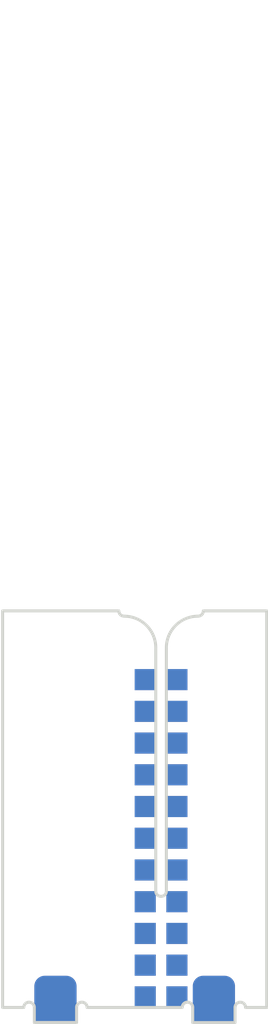
<source format=kicad_pcb>
(kicad_pcb (version 20241229) (generator "pcbnew") (generator_version "9.0")
  (layers (0 "F.Cu" signal) (2 "B.Cu" signal) (13 "F.Paste" user) (15 "B.Paste" user) (5 "F.SilkS" user "F.Silkscreen") (7 "B.SilkS" user "B.Silkscreen") (1 "F.Mask" user) (3 "B.Mask" user) (25 "Edge.Cuts" user))
  (net 0 "")
  (footprint "modules:v3.6-pcb_jig_b_single" (layer "F.Cu") (at 0 0)
    (property "Reference" "" (at 0 0 0) (layer "F.SilkS") (effects (font (size 1.524 1.524))))
    (property "Value" "" (at 0 0 0) (layer "F.SilkS") (effects (font (size 1.524 1.524))))
    (fp_poly (pts (xy 12.50039 63.000053) (xy 12.50039 65.000052) (xy 14.50039 65.000052) (xy 14.50039 63.000053) (xy 12.50039 63.000053)) (stroke (width 0.000001)) (fill yes) (layer "F.Cu"))
    (fp_poly (pts (xy 12.50039 66.000052) (xy 12.50039 68.000053) (xy 14.50039 68.000053) (xy 14.50039 66.000052) (xy 12.50039 66.000052)) (stroke (width 0.000001)) (fill yes) (layer "F.Cu"))
    (fp_poly (pts (xy 12.50039 69.000051) (xy 12.50039 71.000053) (xy 14.50039 71.000053) (xy 14.50039 69.000051) (xy 12.50039 69.000051)) (stroke (width 0.000001)) (fill yes) (layer "F.Cu"))
    (fp_poly (pts (xy 12.50039 72.000053) (xy 12.50039 74.000052) (xy 14.50039 74.000052) (xy 14.50039 72.000053) (xy 12.50039 72.000053)) (stroke (width 0.000001)) (fill yes) (layer "F.Cu"))
    (fp_poly (pts (xy 12.50039 75.000053) (xy 12.50039 77.000051) (xy 14.50039 77.000051) (xy 14.50039 75.000053) (xy 12.50039 75.000053)) (stroke (width 0.000001)) (fill yes) (layer "F.Cu"))
    (fp_poly (pts (xy 12.50039 78.000052) (xy 12.50039 80.000053) (xy 14.50039 80.000053) (xy 14.50039 78.000052) (xy 12.50039 78.000052)) (stroke (width 0.000001)) (fill yes) (layer "F.Cu"))
    (fp_poly (pts (xy 12.50039 81.000043) (xy 12.50039 83.000042) (xy 14.50039 83.000042) (xy 14.50039 81.000043) (xy 12.50039 81.000043)) (stroke (width 0.000001)) (fill yes) (layer "F.Cu"))
    (fp_poly (pts (xy 12.50039 84.000043) (xy 12.50039 86.000041) (xy 14.50039 86.000041) (xy 14.50039 84.000043) (xy 12.50039 84.000043)) (stroke (width 0.000001)) (fill yes) (layer "F.Cu"))
    (fp_poly (pts (xy 12.50039 87.000042) (xy 12.50039 89.000043) (xy 14.50039 89.000043) (xy 14.50039 87.000042) (xy 12.50039 87.000042)) (stroke (width 0.000001)) (fill yes) (layer "F.Cu"))
    (fp_poly (pts (xy 12.50039 90.000041) (xy 12.50039 92.000043) (xy 14.50039 92.000043) (xy 14.50039 90.000041) (xy 12.50039 90.000041)) (stroke (width 0.000001)) (fill yes) (layer "F.Cu"))
    (fp_poly (pts (xy 12.50039 93.000043) (xy 12.50039 95.000042) (xy 14.50039 95.000042) (xy 14.50039 93.000043) (xy 12.50039 93.000043)) (stroke (width 0.000001)) (fill yes) (layer "F.Cu"))
    (fp_poly (pts (xy 15.50039 63.000053) (xy 15.50039 65.000052) (xy 17.50039 65.000052) (xy 17.50039 63.000053) (xy 15.50039 63.000053)) (stroke (width 0.000001)) (fill yes) (layer "F.Cu"))
    (fp_poly (pts (xy 15.50039 66.000052) (xy 15.50039 68.000053) (xy 17.50039 68.000053) (xy 17.50039 66.000052) (xy 15.50039 66.000052)) (stroke (width 0.000001)) (fill yes) (layer "F.Cu"))
    (fp_poly (pts (xy 15.50039 69.000051) (xy 15.50039 71.000053) (xy 17.50039 71.000053) (xy 17.50039 69.000051) (xy 15.50039 69.000051)) (stroke (width 0.000001)) (fill yes) (layer "F.Cu"))
    (fp_poly (pts (xy 15.50039 72.000053) (xy 15.50039 74.000052) (xy 17.50039 74.000052) (xy 17.50039 72.000053) (xy 15.50039 72.000053)) (stroke (width 0.000001)) (fill yes) (layer "F.Cu"))
    (fp_poly (pts (xy 15.50039 75.000053) (xy 15.50039 77.000051) (xy 17.50039 77.000051) (xy 17.50039 75.000053) (xy 15.50039 75.000053)) (stroke (width 0.000001)) (fill yes) (layer "F.Cu"))
    (fp_poly (pts (xy 15.50039 78.000052) (xy 15.50039 80.000053) (xy 17.50039 80.000053) (xy 17.50039 78.000052) (xy 15.50039 78.000052)) (stroke (width 0.000001)) (fill yes) (layer "F.Cu"))
    (fp_poly (pts (xy 15.50039 81.000051) (xy 15.50039 83.000053) (xy 17.50039 83.000053) (xy 17.50039 81.000051) (xy 15.50039 81.000051)) (stroke (width 0.000001)) (fill yes) (layer "F.Cu"))
    (fp_poly (pts (xy 15.50039 84.000053) (xy 15.50039 86.000052) (xy 17.50039 86.000052) (xy 17.50039 84.000053) (xy 15.50039 84.000053)) (stroke (width 0.000001)) (fill yes) (layer "F.Cu"))
    (fp_poly (pts (xy 15.50039 87.000053) (xy 15.50039 89.000054) (xy 17.50039 89.000054) (xy 17.50039 87.000053) (xy 15.50039 87.000053)) (stroke (width 0.000001)) (fill yes) (layer "F.Cu"))
    (fp_poly (pts (xy 15.50039 90.000052) (xy 15.50039 92.000053) (xy 17.50039 92.000053) (xy 17.50039 90.000052) (xy 15.50039 90.000052)) (stroke (width 0.000001)) (fill yes) (layer "F.Cu"))
    (fp_poly (pts (xy 15.50021 93.000173) (xy 15.50021 95.000052) (xy 17.0009 95.000052) (xy 17.002967 94.95458) (xy 17.008996 94.910252) (xy 17.018811 94.867245) (xy 17.032236 94.825733) (xy 17.049095 94.785894) (xy 17.069212 94.747904) (xy 17.092411 94.711939) (xy 17.118515 94.678174) (xy 17.147349 94.646786) (xy 17.178736 94.617952) (xy 17.2125 94.591847) (xy 17.248464 94.568648) (xy 17.286454 94.54853) (xy 17.326293 94.531671) (xy 17.367803 94.518245) (xy 17.410811 94.50843) (xy 17.455138 94.5024) (xy 17.50061 94.500334) (xy 17.50061 93.000173) (xy 15.50021 93.000173)) (stroke (width 0.000001)) (fill yes) (layer "F.Cu"))
    (fp_poly (pts (xy 6.00056 92.000291) (xy 3.99994 92.000291) (xy 3.948329 92.001587) (xy 3.897413 92.005434) (xy 3.847253 92.011771) (xy 3.797912 92.020534) (xy 3.749451 92.031663) (xy 3.701932 92.045096) (xy 3.655418 92.06077) (xy 3.609969 92.078624) (xy 3.565649 92.098596) (xy 3.522518 92.120624) (xy 3.48064 92.144647) (xy 3.440075 92.170602) (xy 3.400885 92.198427) (xy 3.363133 92.228061) (xy 3.326881 92.259441) (xy 3.29219 92.292507) (xy 3.259122 92.327196) (xy 3.22774 92.363445) (xy 3.198104 92.401195) (xy 3.170278 92.440381) (xy 3.144322 92.480943) (xy 3.1203 92.522819) (xy 3.098272 92.565947) (xy 3.078301 92.610265) (xy 3.060448 92.655711) (xy 3.044776 92.702223) (xy 3.031346 92.749739) (xy 3.020221 92.798199) (xy 3.011461 92.847538) (xy 3.00513 92.897697) (xy 3.001289 92.948612) (xy 3 93.000223) (xy 3.00053 96.420301) (xy 7.001029 96.420301) (xy 7.0005 93.000223) (xy 6.999204 92.948612) (xy 6.995357 92.897697) (xy 6.98902 92.847538) (xy 6.980256 92.798199) (xy 6.969127 92.749739) (xy 6.955694 92.702223) (xy 6.94002 92.655711) (xy 6.922166 92.610265) (xy 6.902193 92.565947) (xy 6.880165 92.522819) (xy 6.856142 92.480943) (xy 6.830187 92.440381) (xy 6.802361 92.401195) (xy 6.772727 92.363445) (xy 6.741346 92.327196) (xy 6.70828 92.292507) (xy 6.673591 92.259441) (xy 6.637341 92.228061) (xy 6.599591 92.198427) (xy 6.560404 92.170602) (xy 6.519842 92.144647) (xy 6.477965 92.120624) (xy 6.434837 92.098596) (xy 6.390519 92.078624) (xy 6.345073 92.06077) (xy 6.298561 92.045096) (xy 6.251044 92.031663) (xy 6.202585 92.020534) (xy 6.153245 92.011771) (xy 6.103086 92.005434) (xy 6.052171 92.001587) (xy 6.00056 92.000291)) (stroke (width 0.000001)) (fill yes) (layer "F.Cu"))
    (fp_poly (pts (xy 21.00056 92.000373) (xy 18.99994 92.000373) (xy 18.948329 92.001669) (xy 18.897414 92.005516) (xy 18.847255 92.011853) (xy 18.797916 92.020616) (xy 18.749457 92.031745) (xy 18.70194 92.045177) (xy 18.655428 92.060852) (xy 18.609982 92.078706) (xy 18.565664 92.098678) (xy 18.522536 92.120706) (xy 18.480661 92.144728) (xy 18.440098 92.170683) (xy 18.400912 92.198508) (xy 18.363162 92.228141) (xy 18.326913 92.259522) (xy 18.292224 92.292588) (xy 18.259158 92.327276) (xy 18.227777 92.363526) (xy 18.198143 92.401275) (xy 18.170317 92.440461) (xy 18.144362 92.481023) (xy 18.12034 92.522899) (xy 18.098311 92.566027) (xy 18.078339 92.610344) (xy 18.060484 92.65579) (xy 18.044809 92.702302) (xy 18.031376 92.749819) (xy 18.020246 92.798278) (xy 18.011482 92.847617) (xy 18.005145 92.897776) (xy 18.001297 92.948691) (xy 18 93.000302) (xy 17.99997 96.427691) (xy 22.00046 96.427691) (xy 22.0005 93.000302) (xy 21.999204 92.948691) (xy 21.995357 92.897776) (xy 21.98902 92.847617) (xy 21.980256 92.798278) (xy 21.969127 92.749819) (xy 21.955695 92.702302) (xy 21.94002 92.65579) (xy 21.922166 92.610344) (xy 21.902193 92.566027) (xy 21.880165 92.522899) (xy 21.856142 92.481023) (xy 21.830187 92.440461) (xy 21.802361 92.401275) (xy 21.772727 92.363526) (xy 21.741346 92.327276) (xy 21.70828 92.292588) (xy 21.673591 92.259522) (xy 21.637341 92.228141) (xy 21.599591 92.198508) (xy 21.560404 92.170683) (xy 21.519842 92.144728) (xy 21.477966 92.120706) (xy 21.434837 92.098678) (xy 21.390519 92.078706) (xy 21.345073 92.060852) (xy 21.298561 92.045177) (xy 21.251044 92.031745) (xy 21.202585 92.020616) (xy 21.153245 92.011853) (xy 21.103086 92.005516) (xy 21.052171 92.001669) (xy 21.00056 92.000373)) (stroke (width 0.000001)) (fill yes) (layer "F.Cu"))
    (fp_poly (pts (xy 12.50039 63.000053) (xy 12.50039 65.000052) (xy 14.50039 65.000052) (xy 14.50039 63.000053) (xy 12.50039 63.000053)) (stroke (width 0.000001)) (fill yes) (layer "B.Cu"))
    (fp_poly (pts (xy 12.50039 66.000052) (xy 12.50039 68.000053) (xy 14.50039 68.000053) (xy 14.50039 66.000052) (xy 12.50039 66.000052)) (stroke (width 0.000001)) (fill yes) (layer "B.Cu"))
    (fp_poly (pts (xy 12.50039 69.000051) (xy 12.50039 71.000053) (xy 14.50039 71.000053) (xy 14.50039 69.000051) (xy 12.50039 69.000051)) (stroke (width 0.000001)) (fill yes) (layer "B.Cu"))
    (fp_poly (pts (xy 12.50039 72.000053) (xy 12.50039 74.000052) (xy 14.50039 74.000052) (xy 14.50039 72.000053) (xy 12.50039 72.000053)) (stroke (width 0.000001)) (fill yes) (layer "B.Cu"))
    (fp_poly (pts (xy 12.50039 75.000053) (xy 12.50039 77.000051) (xy 14.50039 77.000051) (xy 14.50039 75.000053) (xy 12.50039 75.000053)) (stroke (width 0.000001)) (fill yes) (layer "B.Cu"))
    (fp_poly (pts (xy 12.50039 78.000052) (xy 12.50039 80.000053) (xy 14.50039 80.000053) (xy 14.50039 78.000052) (xy 12.50039 78.000052)) (stroke (width 0.000001)) (fill yes) (layer "B.Cu"))
    (fp_poly (pts (xy 12.50039 81.000043) (xy 12.50039 83.000042) (xy 14.50039 83.000042) (xy 14.50039 81.000043) (xy 12.50039 81.000043)) (stroke (width 0.000001)) (fill yes) (layer "B.Cu"))
    (fp_poly (pts (xy 12.50039 84.000043) (xy 12.50039 86.000041) (xy 14.50039 86.000041) (xy 14.50039 84.000043) (xy 12.50039 84.000043)) (stroke (width 0.000001)) (fill yes) (layer "B.Cu"))
    (fp_poly (pts (xy 12.50039 87.000042) (xy 12.50039 89.000043) (xy 14.50039 89.000043) (xy 14.50039 87.000042) (xy 12.50039 87.000042)) (stroke (width 0.000001)) (fill yes) (layer "B.Cu"))
    (fp_poly (pts (xy 12.50039 90.000041) (xy 12.50039 92.000043) (xy 14.50039 92.000043) (xy 14.50039 90.000041) (xy 12.50039 90.000041)) (stroke (width 0.000001)) (fill yes) (layer "B.Cu"))
    (fp_poly (pts (xy 12.50039 93.000043) (xy 12.50039 95.000042) (xy 14.50039 95.000042) (xy 14.50039 93.000043) (xy 12.50039 93.000043)) (stroke (width 0.000001)) (fill yes) (layer "B.Cu"))
    (fp_poly (pts (xy 15.50039 63.000053) (xy 15.50039 65.000052) (xy 17.50039 65.000052) (xy 17.50039 63.000053) (xy 15.50039 63.000053)) (stroke (width 0.000001)) (fill yes) (layer "B.Cu"))
    (fp_poly (pts (xy 15.50039 66.000052) (xy 15.50039 68.000053) (xy 17.50039 68.000053) (xy 17.50039 66.000052) (xy 15.50039 66.000052)) (stroke (width 0.000001)) (fill yes) (layer "B.Cu"))
    (fp_poly (pts (xy 15.50039 69.000051) (xy 15.50039 71.000053) (xy 17.50039 71.000053) (xy 17.50039 69.000051) (xy 15.50039 69.000051)) (stroke (width 0.000001)) (fill yes) (layer "B.Cu"))
    (fp_poly (pts (xy 15.50039 72.000053) (xy 15.50039 74.000052) (xy 17.50039 74.000052) (xy 17.50039 72.000053) (xy 15.50039 72.000053)) (stroke (width 0.000001)) (fill yes) (layer "B.Cu"))
    (fp_poly (pts (xy 15.50039 75.000053) (xy 15.50039 77.000051) (xy 17.50039 77.000051) (xy 17.50039 75.000053) (xy 15.50039 75.000053)) (stroke (width 0.000001)) (fill yes) (layer "B.Cu"))
    (fp_poly (pts (xy 15.50039 78.000052) (xy 15.50039 80.000053) (xy 17.50039 80.000053) (xy 17.50039 78.000052) (xy 15.50039 78.000052)) (stroke (width 0.000001)) (fill yes) (layer "B.Cu"))
    (fp_poly (pts (xy 15.50039 81.000051) (xy 15.50039 83.000053) (xy 17.50039 83.000053) (xy 17.50039 81.000051) (xy 15.50039 81.000051)) (stroke (width 0.000001)) (fill yes) (layer "B.Cu"))
    (fp_poly (pts (xy 15.50039 84.000053) (xy 15.50039 86.000052) (xy 17.50039 86.000052) (xy 17.50039 84.000053) (xy 15.50039 84.000053)) (stroke (width 0.000001)) (fill yes) (layer "B.Cu"))
    (fp_poly (pts (xy 15.50039 87.000053) (xy 15.50039 89.000054) (xy 17.50039 89.000054) (xy 17.50039 87.000053) (xy 15.50039 87.000053)) (stroke (width 0.000001)) (fill yes) (layer "B.Cu"))
    (fp_poly (pts (xy 15.50039 90.000052) (xy 15.50039 92.000053) (xy 17.50039 92.000053) (xy 17.50039 90.000052) (xy 15.50039 90.000052)) (stroke (width 0.000001)) (fill yes) (layer "B.Cu"))
    (fp_poly (pts (xy 15.50021 93.000173) (xy 15.50021 95.000052) (xy 17.0009 95.000052) (xy 17.002967 94.95458) (xy 17.008996 94.910252) (xy 17.018811 94.867245) (xy 17.032236 94.825733) (xy 17.049095 94.785894) (xy 17.069212 94.747904) (xy 17.092411 94.711939) (xy 17.118515 94.678174) (xy 17.147349 94.646786) (xy 17.178736 94.617952) (xy 17.2125 94.591847) (xy 17.248464 94.568648) (xy 17.286454 94.54853) (xy 17.326293 94.531671) (xy 17.367803 94.518245) (xy 17.410811 94.50843) (xy 17.455138 94.5024) (xy 17.50061 94.500334) (xy 17.50061 93.000173) (xy 15.50021 93.000173)) (stroke (width 0.000001)) (fill yes) (layer "B.Cu"))
    (fp_poly (pts (xy 6.00056 92.000291) (xy 3.99994 92.000291) (xy 3.948329 92.001587) (xy 3.897413 92.005434) (xy 3.847253 92.011771) (xy 3.797912 92.020534) (xy 3.749451 92.031663) (xy 3.701932 92.045096) (xy 3.655418 92.06077) (xy 3.609969 92.078624) (xy 3.565649 92.098596) (xy 3.522518 92.120624) (xy 3.48064 92.144647) (xy 3.440075 92.170602) (xy 3.400885 92.198427) (xy 3.363133 92.228061) (xy 3.326881 92.259441) (xy 3.29219 92.292507) (xy 3.259122 92.327196) (xy 3.22774 92.363445) (xy 3.198104 92.401195) (xy 3.170278 92.440381) (xy 3.144322 92.480943) (xy 3.1203 92.522819) (xy 3.098272 92.565947) (xy 3.078301 92.610265) (xy 3.060448 92.655711) (xy 3.044776 92.702223) (xy 3.031346 92.749739) (xy 3.020221 92.798199) (xy 3.011461 92.847538) (xy 3.00513 92.897697) (xy 3.001289 92.948612) (xy 3 93.000223) (xy 3.00053 96.420301) (xy 7.001029 96.420301) (xy 7.0005 93.000223) (xy 6.999204 92.948612) (xy 6.995357 92.897697) (xy 6.98902 92.847538) (xy 6.980256 92.798199) (xy 6.969127 92.749739) (xy 6.955694 92.702223) (xy 6.94002 92.655711) (xy 6.922166 92.610265) (xy 6.902193 92.565947) (xy 6.880165 92.522819) (xy 6.856142 92.480943) (xy 6.830187 92.440381) (xy 6.802361 92.401195) (xy 6.772727 92.363445) (xy 6.741346 92.327196) (xy 6.70828 92.292507) (xy 6.673591 92.259441) (xy 6.637341 92.228061) (xy 6.599591 92.198427) (xy 6.560404 92.170602) (xy 6.519842 92.144647) (xy 6.477965 92.120624) (xy 6.434837 92.098596) (xy 6.390519 92.078624) (xy 6.345073 92.06077) (xy 6.298561 92.045096) (xy 6.251044 92.031663) (xy 6.202585 92.020534) (xy 6.153245 92.011771) (xy 6.103086 92.005434) (xy 6.052171 92.001587) (xy 6.00056 92.000291)) (stroke (width 0.000001)) (fill yes) (layer "B.Cu"))
    (fp_poly (pts (xy 21.00056 92.000373) (xy 18.99994 92.000373) (xy 18.948329 92.001669) (xy 18.897414 92.005516) (xy 18.847255 92.011853) (xy 18.797916 92.020616) (xy 18.749457 92.031745) (xy 18.70194 92.045177) (xy 18.655428 92.060852) (xy 18.609982 92.078706) (xy 18.565664 92.098678) (xy 18.522536 92.120706) (xy 18.480661 92.144728) (xy 18.440098 92.170683) (xy 18.400912 92.198508) (xy 18.363162 92.228141) (xy 18.326913 92.259522) (xy 18.292224 92.292588) (xy 18.259158 92.327276) (xy 18.227777 92.363526) (xy 18.198143 92.401275) (xy 18.170317 92.440461) (xy 18.144362 92.481023) (xy 18.12034 92.522899) (xy 18.098311 92.566027) (xy 18.078339 92.610344) (xy 18.060484 92.65579) (xy 18.044809 92.702302) (xy 18.031376 92.749819) (xy 18.020246 92.798278) (xy 18.011482 92.847617) (xy 18.005145 92.897776) (xy 18.001297 92.948691) (xy 18 93.000302) (xy 17.99997 96.427691) (xy 22.00046 96.427691) (xy 22.0005 93.000302) (xy 21.999204 92.948691) (xy 21.995357 92.897776) (xy 21.98902 92.847617) (xy 21.980256 92.798278) (xy 21.969127 92.749819) (xy 21.955695 92.702302) (xy 21.94002 92.65579) (xy 21.922166 92.610344) (xy 21.902193 92.566027) (xy 21.880165 92.522899) (xy 21.856142 92.481023) (xy 21.830187 92.440461) (xy 21.802361 92.401275) (xy 21.772727 92.363526) (xy 21.741346 92.327276) (xy 21.70828 92.292588) (xy 21.673591 92.259522) (xy 21.637341 92.228141) (xy 21.599591 92.198508) (xy 21.560404 92.170683) (xy 21.519842 92.144728) (xy 21.477966 92.120706) (xy 21.434837 92.098678) (xy 21.390519 92.078706) (xy 21.345073 92.060852) (xy 21.298561 92.045177) (xy 21.251044 92.031745) (xy 21.202585 92.020616) (xy 21.153245 92.011853) (xy 21.103086 92.005516) (xy 21.052171 92.001669) (xy 21.00056 92.000373)) (stroke (width 0.000001)) (fill yes) (layer "B.Cu"))
    (fp_line (start 0 57.500366) (end 0 94.999886) (stroke (width 0.282843)) (layer "Edge.Cuts"))
    (fp_line (start 0 94.999886) (end 2.000395 94.999886) (stroke (width 0.282843)) (layer "Edge.Cuts"))
    (fp_line (start 2.000395 94.999886) (end 2.002421 94.954347) (stroke (width 0.282843)) (layer "Edge.Cuts"))
    (fp_line (start 2.002421 94.954347) (end 2.008421 94.909952) (stroke (width 0.282843)) (layer "Edge.Cuts"))
    (fp_line (start 2.008421 94.909952) (end 2.018218 94.866879) (stroke (width 0.282843)) (layer "Edge.Cuts"))
    (fp_line (start 2.018218 94.866879) (end 2.031636 94.825305) (stroke (width 0.282843)) (layer "Edge.Cuts"))
    (fp_line (start 2.031636 94.825305) (end 2.048497 94.785407) (stroke (width 0.282843)) (layer "Edge.Cuts"))
    (fp_line (start 2.048497 94.785407) (end 2.068626 94.74736) (stroke (width 0.282843)) (layer "Edge.Cuts"))
    (fp_line (start 2.068626 94.74736) (end 2.091844 94.711343) (stroke (width 0.282843)) (layer "Edge.Cuts"))
    (fp_line (start 2.091844 94.711343) (end 2.117976 94.677532) (stroke (width 0.282843)) (layer "Edge.Cuts"))
    (fp_line (start 2.117976 94.677532) (end 2.146844 94.646104) (stroke (width 0.282843)) (layer "Edge.Cuts"))
    (fp_line (start 2.146844 94.646104) (end 2.178271 94.617235) (stroke (width 0.282843)) (layer "Edge.Cuts"))
    (fp_line (start 2.178271 94.617235) (end 2.212082 94.591104) (stroke (width 0.282843)) (layer "Edge.Cuts"))
    (fp_line (start 2.212082 94.591104) (end 2.248098 94.567885) (stroke (width 0.282843)) (layer "Edge.Cuts"))
    (fp_line (start 2.248098 94.567885) (end 2.286144 94.547757) (stroke (width 0.282843)) (layer "Edge.Cuts"))
    (fp_line (start 2.286144 94.547757) (end 2.326042 94.530895) (stroke (width 0.282843)) (layer "Edge.Cuts"))
    (fp_line (start 2.326042 94.530895) (end 2.367616 94.517478) (stroke (width 0.282843)) (layer "Edge.Cuts"))
    (fp_line (start 2.367616 94.517478) (end 2.410688 94.507681) (stroke (width 0.282843)) (layer "Edge.Cuts"))
    (fp_line (start 2.410688 94.507681) (end 2.455083 94.501683) (stroke (width 0.282843)) (layer "Edge.Cuts"))
    (fp_line (start 2.455083 94.501683) (end 2.500623 94.499658) (stroke (width 0.282843)) (layer "Edge.Cuts"))
    (fp_line (start 2.500623 94.499658) (end 2.546128 94.501727) (stroke (width 0.282843)) (layer "Edge.Cuts"))
    (fp_line (start 2.546128 94.501727) (end 2.590487 94.507764) (stroke (width 0.282843)) (layer "Edge.Cuts"))
    (fp_line (start 2.590487 94.507764) (end 2.633522 94.517592) (stroke (width 0.282843)) (layer "Edge.Cuts"))
    (fp_line (start 2.633522 94.517592) (end 2.675058 94.531035) (stroke (width 0.282843)) (layer "Edge.Cuts"))
    (fp_line (start 2.675058 94.531035) (end 2.714918 94.547916) (stroke (width 0.282843)) (layer "Edge.Cuts"))
    (fp_line (start 2.714918 94.547916) (end 2.752926 94.568058) (stroke (width 0.282843)) (layer "Edge.Cuts"))
    (fp_line (start 2.752926 94.568058) (end 2.788905 94.591285) (stroke (width 0.282843)) (layer "Edge.Cuts"))
    (fp_line (start 2.788905 94.591285) (end 2.822679 94.617421) (stroke (width 0.282843)) (layer "Edge.Cuts"))
    (fp_line (start 2.822679 94.617421) (end 2.854072 94.646288) (stroke (width 0.282843)) (layer "Edge.Cuts"))
    (fp_line (start 2.854072 94.646288) (end 2.882907 94.67771) (stroke (width 0.282843)) (layer "Edge.Cuts"))
    (fp_line (start 2.882907 94.67771) (end 2.909007 94.711511) (stroke (width 0.282843)) (layer "Edge.Cuts"))
    (fp_line (start 2.909007 94.711511) (end 2.932197 94.747514) (stroke (width 0.282843)) (layer "Edge.Cuts"))
    (fp_line (start 2.932197 94.747514) (end 2.952299 94.785542) (stroke (width 0.282843)) (layer "Edge.Cuts"))
    (fp_line (start 2.952299 94.785542) (end 2.969139 94.82542) (stroke (width 0.282843)) (layer "Edge.Cuts"))
    (fp_line (start 2.969139 94.82542) (end 2.982538 94.866969) (stroke (width 0.282843)) (layer "Edge.Cuts"))
    (fp_line (start 2.982538 94.866969) (end 2.992321 94.910014) (stroke (width 0.282843)) (layer "Edge.Cuts"))
    (fp_line (start 2.992321 94.910014) (end 2.998312 94.954379) (stroke (width 0.282843)) (layer "Edge.Cuts"))
    (fp_line (start 2.998312 94.954379) (end 3.000334 94.999886) (stroke (width 0.282843)) (layer "Edge.Cuts"))
    (fp_line (start 3.000334 94.999886) (end 3.000334 96.419954) (stroke (width 0.282843)) (layer "Edge.Cuts"))
    (fp_line (start 3.000334 96.419954) (end 7.000606 96.419954) (stroke (width 0.282843)) (layer "Edge.Cuts"))
    (fp_line (start 7.00009 94.999854) (end 7.002114 94.954314) (stroke (width 0.282843)) (layer "Edge.Cuts"))
    (fp_line (start 7.000606 95.005054) (end 7.00009 94.999854) (stroke (width 0.282843)) (layer "Edge.Cuts"))
    (fp_line (start 7.000606 96.419954) (end 7.000606 95.005054) (stroke (width 0.282843)) (layer "Edge.Cuts"))
    (fp_line (start 7.002114 94.954314) (end 7.008113 94.909919) (stroke (width 0.282843)) (layer "Edge.Cuts"))
    (fp_line (start 7.008113 94.909919) (end 7.017909 94.866847) (stroke (width 0.282843)) (layer "Edge.Cuts"))
    (fp_line (start 7.017909 94.866847) (end 7.031327 94.825272) (stroke (width 0.282843)) (layer "Edge.Cuts"))
    (fp_line (start 7.031327 94.825272) (end 7.048188 94.785374) (stroke (width 0.282843)) (layer "Edge.Cuts"))
    (fp_line (start 7.048188 94.785374) (end 7.068316 94.747327) (stroke (width 0.282843)) (layer "Edge.Cuts"))
    (fp_line (start 7.068316 94.747327) (end 7.091534 94.71131) (stroke (width 0.282843)) (layer "Edge.Cuts"))
    (fp_line (start 7.091534 94.71131) (end 7.117666 94.677499) (stroke (width 0.282843)) (layer "Edge.Cuts"))
    (fp_line (start 7.117666 94.677499) (end 7.146535 94.646071) (stroke (width 0.282843)) (layer "Edge.Cuts"))
    (fp_line (start 7.146535 94.646071) (end 7.177963 94.617203) (stroke (width 0.282843)) (layer "Edge.Cuts"))
    (fp_line (start 7.177963 94.617203) (end 7.211774 94.591071) (stroke (width 0.282843)) (layer "Edge.Cuts"))
    (fp_line (start 7.211774 94.591071) (end 7.247791 94.567853) (stroke (width 0.282843)) (layer "Edge.Cuts"))
    (fp_line (start 7.247791 94.567853) (end 7.285837 94.547724) (stroke (width 0.282843)) (layer "Edge.Cuts"))
    (fp_line (start 7.285837 94.547724) (end 7.325736 94.530863) (stroke (width 0.282843)) (layer "Edge.Cuts"))
    (fp_line (start 7.325736 94.530863) (end 7.36731 94.517446) (stroke (width 0.282843)) (layer "Edge.Cuts"))
    (fp_line (start 7.36731 94.517446) (end 7.410383 94.507649) (stroke (width 0.282843)) (layer "Edge.Cuts"))
    (fp_line (start 7.410383 94.507649) (end 7.454778 94.50165) (stroke (width 0.282843)) (layer "Edge.Cuts"))
    (fp_line (start 7.454778 94.50165) (end 7.500317 94.499626) (stroke (width 0.282843)) (layer "Edge.Cuts"))
    (fp_line (start 7.500317 94.499626) (end 7.545823 94.501695) (stroke (width 0.282843)) (layer "Edge.Cuts"))
    (fp_line (start 7.545823 94.501695) (end 7.590181 94.507732) (stroke (width 0.282843)) (layer "Edge.Cuts"))
    (fp_line (start 7.590181 94.507732) (end 7.633216 94.51756) (stroke (width 0.282843)) (layer "Edge.Cuts"))
    (fp_line (start 7.633216 94.51756) (end 7.674752 94.531003) (stroke (width 0.282843)) (layer "Edge.Cuts"))
    (fp_line (start 7.674752 94.531003) (end 7.714612 94.547884) (stroke (width 0.282843)) (layer "Edge.Cuts"))
    (fp_line (start 7.714612 94.547884) (end 7.752619 94.568026) (stroke (width 0.282843)) (layer "Edge.Cuts"))
    (fp_line (start 7.752619 94.568026) (end 7.788597 94.591253) (stroke (width 0.282843)) (layer "Edge.Cuts"))
    (fp_line (start 7.788597 94.591253) (end 7.822371 94.617388) (stroke (width 0.282843)) (layer "Edge.Cuts"))
    (fp_line (start 7.822371 94.617388) (end 7.853763 94.646255) (stroke (width 0.282843)) (layer "Edge.Cuts"))
    (fp_line (start 7.853763 94.646255) (end 7.882597 94.677677) (stroke (width 0.282843)) (layer "Edge.Cuts"))
    (fp_line (start 7.882597 94.677677) (end 7.908697 94.711478) (stroke (width 0.282843)) (layer "Edge.Cuts"))
    (fp_line (start 7.908697 94.711478) (end 7.931887 94.747481) (stroke (width 0.282843)) (layer "Edge.Cuts"))
    (fp_line (start 7.931887 94.747481) (end 7.95199 94.785509) (stroke (width 0.282843)) (layer "Edge.Cuts"))
    (fp_line (start 7.95199 94.785509) (end 7.96883 94.825387) (stroke (width 0.282843)) (layer "Edge.Cuts"))
    (fp_line (start 7.96883 94.825387) (end 7.98223 94.866936) (stroke (width 0.282843)) (layer "Edge.Cuts"))
    (fp_line (start 7.98223 94.866936) (end 7.992014 94.909982) (stroke (width 0.282843)) (layer "Edge.Cuts"))
    (fp_line (start 7.992014 94.909982) (end 7.998005 94.954347) (stroke (width 0.282843)) (layer "Edge.Cuts"))
    (fp_line (start 7.998005 94.954347) (end 8.000028 94.999854) (stroke (width 0.282843)) (layer "Edge.Cuts"))
    (fp_line (start 8.000028 94.999854) (end 17.000513 94.999854) (stroke (width 0.282843)) (layer "Edge.Cuts"))
    (fp_line (start 10.999879 57.500366) (end 0 57.500366) (stroke (width 0.282843)) (layer "Edge.Cuts"))
    (fp_line (start 11.001948 57.545871) (end 10.999879 57.500366) (stroke (width 0.282843)) (layer "Edge.Cuts"))
    (fp_line (start 11.007985 57.59023) (end 11.001948 57.545871) (stroke (width 0.282843)) (layer "Edge.Cuts"))
    (fp_line (start 11.017813 57.633265) (end 11.007985 57.59023) (stroke (width 0.282843)) (layer "Edge.Cuts"))
    (fp_line (start 11.031256 57.674801) (end 11.017813 57.633265) (stroke (width 0.282843)) (layer "Edge.Cuts"))
    (fp_line (start 11.048137 57.714661) (end 11.031256 57.674801) (stroke (width 0.282843)) (layer "Edge.Cuts"))
    (fp_line (start 11.068279 57.752668) (end 11.048137 57.714661) (stroke (width 0.282843)) (layer "Edge.Cuts"))
    (fp_line (start 11.091506 57.788647) (end 11.068279 57.752668) (stroke (width 0.282843)) (layer "Edge.Cuts"))
    (fp_line (start 11.117641 57.822421) (end 11.091506 57.788647) (stroke (width 0.282843)) (layer "Edge.Cuts"))
    (fp_line (start 11.146508 57.853814) (end 11.117641 57.822421) (stroke (width 0.282843)) (layer "Edge.Cuts"))
    (fp_line (start 11.17793 57.882648) (end 11.146508 57.853814) (stroke (width 0.282843)) (layer "Edge.Cuts"))
    (fp_line (start 11.211731 57.908749) (end 11.17793 57.882648) (stroke (width 0.282843)) (layer "Edge.Cuts"))
    (fp_line (start 11.247734 57.931939) (end 11.211731 57.908749) (stroke (width 0.282843)) (layer "Edge.Cuts"))
    (fp_line (start 11.285762 57.952041) (end 11.247734 57.931939) (stroke (width 0.282843)) (layer "Edge.Cuts"))
    (fp_line (start 11.325639 57.968881) (end 11.285762 57.952041) (stroke (width 0.282843)) (layer "Edge.Cuts"))
    (fp_line (start 11.367189 57.98228) (end 11.325639 57.968881) (stroke (width 0.282843)) (layer "Edge.Cuts"))
    (fp_line (start 11.410235 57.992064) (end 11.367189 57.98228) (stroke (width 0.282843)) (layer "Edge.Cuts"))
    (fp_line (start 11.4546 57.998055) (end 11.410235 57.992064) (stroke (width 0.282843)) (layer "Edge.Cuts"))
    (fp_line (start 11.500107 58.000077) (end 11.4546 57.998055) (stroke (width 0.282843)) (layer "Edge.Cuts"))
    (fp_line (start 11.654473 58.003989) (end 11.500107 58.000077) (stroke (width 0.282843)) (layer "Edge.Cuts"))
    (fp_line (start 11.806813 58.015582) (end 11.654473 58.003989) (stroke (width 0.282843)) (layer "Edge.Cuts"))
    (fp_line (start 11.956937 58.034666) (end 11.806813 58.015582) (stroke (width 0.282843)) (layer "Edge.Cuts"))
    (fp_line (start 12.104658 58.061053) (end 11.956937 58.034666) (stroke (width 0.282843)) (layer "Edge.Cuts"))
    (fp_line (start 12.249787 58.094555) (end 12.104658 58.061053) (stroke (width 0.282843)) (layer "Edge.Cuts"))
    (fp_line (start 12.392136 58.134984) (end 12.249787 58.094555) (stroke (width 0.282843)) (layer "Edge.Cuts"))
    (fp_line (start 12.531516 58.18215) (end 12.392136 58.134984) (stroke (width 0.282843)) (layer "Edge.Cuts"))
    (fp_line (start 12.667739 58.235866) (end 12.531516 58.18215) (stroke (width 0.282843)) (layer "Edge.Cuts"))
    (fp_line (start 12.800616 58.295943) (end 12.667739 58.235866) (stroke (width 0.282843)) (layer "Edge.Cuts"))
    (fp_line (start 12.929959 58.362192) (end 12.800616 58.295943) (stroke (width 0.282843)) (layer "Edge.Cuts"))
    (fp_line (start 13.055579 58.434425) (end 12.929959 58.362192) (stroke (width 0.282843)) (layer "Edge.Cuts"))
    (fp_line (start 13.177288 58.512454) (end 13.055579 58.434425) (stroke (width 0.282843)) (layer "Edge.Cuts"))
    (fp_line (start 13.294897 58.59609) (end 13.177288 58.512454) (stroke (width 0.282843)) (layer "Edge.Cuts"))
    (fp_line (start 13.408219 58.685145) (end 13.294897 58.59609) (stroke (width 0.282843)) (layer "Edge.Cuts"))
    (fp_line (start 13.517064 58.77943) (end 13.408219 58.685145) (stroke (width 0.282843)) (layer "Edge.Cuts"))
    (fp_line (start 13.621244 58.878756) (end 13.517064 58.77943) (stroke (width 0.282843)) (layer "Edge.Cuts"))
    (fp_line (start 13.720571 58.982937) (end 13.621244 58.878756) (stroke (width 0.282843)) (layer "Edge.Cuts"))
    (fp_line (start 13.814856 59.091782) (end 13.720571 58.982937) (stroke (width 0.282843)) (layer "Edge.Cuts"))
    (fp_line (start 13.903911 59.205103) (end 13.814856 59.091782) (stroke (width 0.282843)) (layer "Edge.Cuts"))
    (fp_line (start 13.987547 59.322713) (end 13.903911 59.205103) (stroke (width 0.282843)) (layer "Edge.Cuts"))
    (fp_line (start 14.065576 59.444422) (end 13.987547 59.322713) (stroke (width 0.282843)) (layer "Edge.Cuts"))
    (fp_line (start 14.137809 59.570042) (end 14.065576 59.444422) (stroke (width 0.282843)) (layer "Edge.Cuts"))
    (fp_line (start 14.204059 59.699384) (end 14.137809 59.570042) (stroke (width 0.282843)) (layer "Edge.Cuts"))
    (fp_line (start 14.264135 59.832261) (end 14.204059 59.699384) (stroke (width 0.282843)) (layer "Edge.Cuts"))
    (fp_line (start 14.317851 59.968484) (end 14.264135 59.832261) (stroke (width 0.282843)) (layer "Edge.Cuts"))
    (fp_line (start 14.365017 60.107864) (end 14.317851 59.968484) (stroke (width 0.282843)) (layer "Edge.Cuts"))
    (fp_line (start 14.405446 60.250213) (end 14.365017 60.107864) (stroke (width 0.282843)) (layer "Edge.Cuts"))
    (fp_line (start 14.438948 60.395342) (end 14.405446 60.250213) (stroke (width 0.282843)) (layer "Edge.Cuts"))
    (fp_line (start 14.465335 60.543063) (end 14.438948 60.395342) (stroke (width 0.282843)) (layer "Edge.Cuts"))
    (fp_line (start 14.484419 60.693188) (end 14.465335 60.543063) (stroke (width 0.282843)) (layer "Edge.Cuts"))
    (fp_line (start 14.496012 60.845528) (end 14.484419 60.693188) (stroke (width 0.282843)) (layer "Edge.Cuts"))
    (fp_line (start 14.499924 60.999894) (end 14.496012 60.845528) (stroke (width 0.282843)) (layer "Edge.Cuts"))
    (fp_line (start 14.499924 83.984538) (end 14.499924 60.999894) (stroke (width 0.282843)) (layer "Edge.Cuts"))
    (fp_line (start 14.503308 84.06272) (end 14.499924 83.984538) (stroke (width 0.282843)) (layer "Edge.Cuts"))
    (fp_line (start 14.515845 84.134388) (end 14.503308 84.06272) (stroke (width 0.282843)) (layer "Edge.Cuts"))
    (fp_line (start 14.536738 84.19954) (end 14.515845 84.134388) (stroke (width 0.282843)) (layer "Edge.Cuts"))
    (fp_line (start 14.565193 84.258177) (end 14.536738 84.19954) (stroke (width 0.282843)) (layer "Edge.Cuts"))
    (fp_line (start 14.600414 84.310298) (end 14.565193 84.258177) (stroke (width 0.282843)) (layer "Edge.Cuts"))
    (fp_line (start 14.641603 84.355905) (end 14.600414 84.310298) (stroke (width 0.282843)) (layer "Edge.Cuts"))
    (fp_line (start 14.687967 84.394996) (end 14.641603 84.355905) (stroke (width 0.282843)) (layer "Edge.Cuts"))
    (fp_line (start 14.738707 84.427572) (end 14.687967 84.394996) (stroke (width 0.282843)) (layer "Edge.Cuts"))
    (fp_line (start 14.79303 84.453633) (end 14.738707 84.427572) (stroke (width 0.282843)) (layer "Edge.Cuts"))
    (fp_line (start 14.850139 84.473178) (end 14.79303 84.453633) (stroke (width 0.282843)) (layer "Edge.Cuts"))
    (fp_line (start 14.909237 84.486209) (end 14.850139 84.473178) (stroke (width 0.282843)) (layer "Edge.Cuts"))
    (fp_line (start 14.969529 84.492724) (end 14.909237 84.486209) (stroke (width 0.282843)) (layer "Edge.Cuts"))
    (fp_line (start 15.03022 84.492724) (end 14.969529 84.492724) (stroke (width 0.282843)) (layer "Edge.Cuts"))
    (fp_line (start 15.090513 84.486209) (end 15.03022 84.492724) (stroke (width 0.282843)) (layer "Edge.Cuts"))
    (fp_line (start 15.149612 84.473178) (end 15.090513 84.486209) (stroke (width 0.282843)) (layer "Edge.Cuts"))
    (fp_line (start 15.206722 84.453633) (end 15.149612 84.473178) (stroke (width 0.282843)) (layer "Edge.Cuts"))
    (fp_line (start 15.261047 84.427572) (end 15.206722 84.453633) (stroke (width 0.282843)) (layer "Edge.Cuts"))
    (fp_line (start 15.31179 84.394996) (end 15.261047 84.427572) (stroke (width 0.282843)) (layer "Edge.Cuts"))
    (fp_line (start 15.358156 84.355905) (end 15.31179 84.394996) (stroke (width 0.282843)) (layer "Edge.Cuts"))
    (fp_line (start 15.399349 84.310298) (end 15.358156 84.355905) (stroke (width 0.282843)) (layer "Edge.Cuts"))
    (fp_line (start 15.434573 84.258177) (end 15.399349 84.310298) (stroke (width 0.282843)) (layer "Edge.Cuts"))
    (fp_line (start 15.463033 84.19954) (end 15.434573 84.258177) (stroke (width 0.282843)) (layer "Edge.Cuts"))
    (fp_line (start 15.483931 84.134388) (end 15.463033 84.19954) (stroke (width 0.282843)) (layer "Edge.Cuts"))
    (fp_line (start 15.496473 84.06272) (end 15.483931 84.134388) (stroke (width 0.282843)) (layer "Edge.Cuts"))
    (fp_line (start 15.499863 60.999894) (end 15.499863 83.984538) (stroke (width 0.282843)) (layer "Edge.Cuts"))
    (fp_line (start 15.499863 83.984538) (end 15.496473 84.06272) (stroke (width 0.282843)) (layer "Edge.Cuts"))
    (fp_line (start 15.503777 60.845509) (end 15.499863 60.999894) (stroke (width 0.282843)) (layer "Edge.Cuts"))
    (fp_line (start 15.515373 60.693152) (end 15.503777 60.845509) (stroke (width 0.282843)) (layer "Edge.Cuts"))
    (fp_line (start 15.534462 60.54301) (end 15.515373 60.693152) (stroke (width 0.282843)) (layer "Edge.Cuts"))
    (fp_line (start 15.560856 60.395273) (end 15.534462 60.54301) (stroke (width 0.282843)) (layer "Edge.Cuts"))
    (fp_line (start 15.594366 60.250128) (end 15.560856 60.395273) (stroke (width 0.282843)) (layer "Edge.Cuts"))
    (fp_line (start 15.634803 60.107765) (end 15.594366 60.250128) (stroke (width 0.282843)) (layer "Edge.Cuts"))
    (fp_line (start 15.68198 59.968372) (end 15.634803 60.107765) (stroke (width 0.282843)) (layer "Edge.Cuts"))
    (fp_line (start 15.735707 59.832136) (end 15.68198 59.968372) (stroke (width 0.282843)) (layer "Edge.Cuts"))
    (fp_line (start 15.795797 59.699248) (end 15.735707 59.832136) (stroke (width 0.282843)) (layer "Edge.Cuts"))
    (fp_line (start 15.86206 59.569895) (end 15.795797 59.699248) (stroke (width 0.282843)) (layer "Edge.Cuts"))
    (fp_line (start 15.934308 59.444266) (end 15.86206 59.569895) (stroke (width 0.282843)) (layer "Edge.Cuts"))
    (fp_line (start 16.012353 59.322549) (end 15.934308 59.444266) (stroke (width 0.282843)) (layer "Edge.Cuts"))
    (fp_line (start 16.096005 59.204933) (end 16.012353 59.322549) (stroke (width 0.282843)) (layer "Edge.Cuts"))
    (fp_line (start 16.185077 59.091606) (end 16.096005 59.204933) (stroke (width 0.282843)) (layer "Edge.Cuts"))
    (fp_line (start 16.279381 58.982757) (end 16.185077 59.091606) (stroke (width 0.282843)) (layer "Edge.Cuts"))
    (fp_line (start 16.378726 58.878574) (end 16.279381 58.982757) (stroke (width 0.282843)) (layer "Edge.Cuts"))
    (fp_line (start 16.482926 58.779246) (end 16.378726 58.878574) (stroke (width 0.282843)) (layer "Edge.Cuts"))
    (fp_line (start 16.591791 58.684961) (end 16.482926 58.779246) (stroke (width 0.282843)) (layer "Edge.Cuts"))
    (fp_line (start 16.705133 58.595908) (end 16.591791 58.684961) (stroke (width 0.282843)) (layer "Edge.Cuts"))
    (fp_line (start 16.822763 58.512275) (end 16.705133 58.595908) (stroke (width 0.282843)) (layer "Edge.Cuts"))
    (fp_line (start 16.944493 58.434251) (end 16.822763 58.512275) (stroke (width 0.282843)) (layer "Edge.Cuts"))
    (fp_line (start 17.000513 94.999854) (end 17.002581 94.954356) (stroke (width 0.282843)) (layer "Edge.Cuts"))
    (fp_line (start 17.002581 94.954356) (end 17.008616 94.910003) (stroke (width 0.282843)) (layer "Edge.Cuts"))
    (fp_line (start 17.008616 94.910003) (end 17.018443 94.866972) (stroke (width 0.282843)) (layer "Edge.Cuts"))
    (fp_line (start 17.018443 94.866972) (end 17.031884 94.825439) (stroke (width 0.282843)) (layer "Edge.Cuts"))
    (fp_line (start 17.031884 94.825439) (end 17.048763 94.78558) (stroke (width 0.282843)) (layer "Edge.Cuts"))
    (fp_line (start 17.048763 94.78558) (end 17.068904 94.747573) (stroke (width 0.282843)) (layer "Edge.Cuts"))
    (fp_line (start 17.068904 94.747573) (end 17.09213 94.711594) (stroke (width 0.282843)) (layer "Edge.Cuts"))
    (fp_line (start 17.070134 58.362025) (end 16.944493 58.434251) (stroke (width 0.282843)) (layer "Edge.Cuts"))
    (fp_line (start 17.09213 94.711594) (end 17.118264 94.677818) (stroke (width 0.282843)) (layer "Edge.Cuts"))
    (fp_line (start 17.118264 94.677818) (end 17.147131 94.646424) (stroke (width 0.282843)) (layer "Edge.Cuts"))
    (fp_line (start 17.147131 94.646424) (end 17.178553 94.617587) (stroke (width 0.282843)) (layer "Edge.Cuts"))
    (fp_line (start 17.178553 94.617587) (end 17.212353 94.591484) (stroke (width 0.282843)) (layer "Edge.Cuts"))
    (fp_line (start 17.199499 58.295784) (end 17.070134 58.362025) (stroke (width 0.282843)) (layer "Edge.Cuts"))
    (fp_line (start 17.212353 94.591484) (end 17.248357 94.568291) (stroke (width 0.282843)) (layer "Edge.Cuts"))
    (fp_line (start 17.248357 94.568291) (end 17.286386 94.548186) (stroke (width 0.282843)) (layer "Edge.Cuts"))
    (fp_line (start 17.286386 94.548186) (end 17.326264 94.531344) (stroke (width 0.282843)) (layer "Edge.Cuts"))
    (fp_line (start 17.326264 94.531344) (end 17.367816 94.517942) (stroke (width 0.282843)) (layer "Edge.Cuts"))
    (fp_line (start 17.332397 58.235717) (end 17.199499 58.295784) (stroke (width 0.282843)) (layer "Edge.Cuts"))
    (fp_line (start 17.367816 94.517942) (end 17.410863 94.508157) (stroke (width 0.282843)) (layer "Edge.Cuts"))
    (fp_line (start 17.410863 94.508157) (end 17.45523 94.502165) (stroke (width 0.282843)) (layer "Edge.Cuts"))
    (fp_line (start 17.45523 94.502165) (end 17.500741 94.500143) (stroke (width 0.282843)) (layer "Edge.Cuts"))
    (fp_line (start 17.468641 58.182013) (end 17.332397 58.235717) (stroke (width 0.282843)) (layer "Edge.Cuts"))
    (fp_line (start 17.500741 94.500143) (end 17.546246 94.502212) (stroke (width 0.282843)) (layer "Edge.Cuts"))
    (fp_line (start 17.546246 94.502212) (end 17.590605 94.50825) (stroke (width 0.282843)) (layer "Edge.Cuts"))
    (fp_line (start 17.590605 94.50825) (end 17.633641 94.518078) (stroke (width 0.282843)) (layer "Edge.Cuts"))
    (fp_line (start 17.608043 58.13486) (end 17.468641 58.182013) (stroke (width 0.282843)) (layer "Edge.Cuts"))
    (fp_line (start 17.633641 94.518078) (end 17.675177 94.53152) (stroke (width 0.282843)) (layer "Edge.Cuts"))
    (fp_line (start 17.675177 94.53152) (end 17.715037 94.548401) (stroke (width 0.282843)) (layer "Edge.Cuts"))
    (fp_line (start 17.715037 94.548401) (end 17.753045 94.568543) (stroke (width 0.282843)) (layer "Edge.Cuts"))
    (fp_line (start 17.750413 58.094448) (end 17.608043 58.13486) (stroke (width 0.282843)) (layer "Edge.Cuts"))
    (fp_line (start 17.753045 94.568543) (end 17.789024 94.591769) (stroke (width 0.282843)) (layer "Edge.Cuts"))
    (fp_line (start 17.789024 94.591769) (end 17.822798 94.617904) (stroke (width 0.282843)) (layer "Edge.Cuts"))
    (fp_line (start 17.822798 94.617904) (end 17.85419 94.646771) (stroke (width 0.282843)) (layer "Edge.Cuts"))
    (fp_line (start 17.85419 94.646771) (end 17.883025 94.678193) (stroke (width 0.282843)) (layer "Edge.Cuts"))
    (fp_line (start 17.883025 94.678193) (end 17.909125 94.711994) (stroke (width 0.282843)) (layer "Edge.Cuts"))
    (fp_line (start 17.895564 58.060963) (end 17.750413 58.094448) (stroke (width 0.282843)) (layer "Edge.Cuts"))
    (fp_line (start 17.909125 94.711994) (end 17.932315 94.747997) (stroke (width 0.282843)) (layer "Edge.Cuts"))
    (fp_line (start 17.932315 94.747997) (end 17.952418 94.786025) (stroke (width 0.282843)) (layer "Edge.Cuts"))
    (fp_line (start 17.952418 94.786025) (end 17.969257 94.825902) (stroke (width 0.282843)) (layer "Edge.Cuts"))
    (fp_line (start 17.969257 94.825902) (end 17.982657 94.867452) (stroke (width 0.282843)) (layer "Edge.Cuts"))
    (fp_line (start 17.982657 94.867452) (end 17.99244 94.910498) (stroke (width 0.282843)) (layer "Edge.Cuts"))
    (fp_line (start 17.99244 94.910498) (end 17.99843 94.954863) (stroke (width 0.282843)) (layer "Edge.Cuts"))
    (fp_line (start 17.99843 94.954863) (end 18.000452 95.000371) (stroke (width 0.282843)) (layer "Edge.Cuts"))
    (fp_line (start 17.999452 95.010701) (end 17.999452 96.428186) (stroke (width 0.282843)) (layer "Edge.Cuts"))
    (fp_line (start 17.999452 96.428186) (end 22.000242 96.428186) (stroke (width 0.282843)) (layer "Edge.Cuts"))
    (fp_line (start 18.000452 95.000371) (end 17.999452 95.010701) (stroke (width 0.282843)) (layer "Edge.Cuts"))
    (fp_line (start 18.043306 58.034595) (end 17.895564 58.060963) (stroke (width 0.282843)) (layer "Edge.Cuts"))
    (fp_line (start 18.193451 58.015532) (end 18.043306 58.034595) (stroke (width 0.282843)) (layer "Edge.Cuts"))
    (fp_line (start 18.345811 58.003964) (end 18.193451 58.015532) (stroke (width 0.282843)) (layer "Edge.Cuts"))
    (fp_line (start 18.500197 58.000077) (end 18.345811 58.003964) (stroke (width 0.282843)) (layer "Edge.Cuts"))
    (fp_line (start 18.545704 57.998055) (end 18.500197 58.000077) (stroke (width 0.282843)) (layer "Edge.Cuts"))
    (fp_line (start 18.590069 57.992063) (end 18.545704 57.998055) (stroke (width 0.282843)) (layer "Edge.Cuts"))
    (fp_line (start 18.633115 57.982279) (end 18.590069 57.992063) (stroke (width 0.282843)) (layer "Edge.Cuts"))
    (fp_line (start 18.674665 57.96888) (end 18.633115 57.982279) (stroke (width 0.282843)) (layer "Edge.Cuts"))
    (fp_line (start 18.714542 57.95204) (end 18.674665 57.96888) (stroke (width 0.282843)) (layer "Edge.Cuts"))
    (fp_line (start 18.75257 57.931937) (end 18.714542 57.95204) (stroke (width 0.282843)) (layer "Edge.Cuts"))
    (fp_line (start 18.788573 57.908747) (end 18.75257 57.931937) (stroke (width 0.282843)) (layer "Edge.Cuts"))
    (fp_line (start 18.822374 57.882647) (end 18.788573 57.908747) (stroke (width 0.282843)) (layer "Edge.Cuts"))
    (fp_line (start 18.853796 57.853812) (end 18.822374 57.882647) (stroke (width 0.282843)) (layer "Edge.Cuts"))
    (fp_line (start 18.882663 57.822419) (end 18.853796 57.853812) (stroke (width 0.282843)) (layer "Edge.Cuts"))
    (fp_line (start 18.908798 57.788646) (end 18.882663 57.822419) (stroke (width 0.282843)) (layer "Edge.Cuts"))
    (fp_line (start 18.932025 57.752667) (end 18.908798 57.788646) (stroke (width 0.282843)) (layer "Edge.Cuts"))
    (fp_line (start 18.952167 57.714659) (end 18.932025 57.752667) (stroke (width 0.282843)) (layer "Edge.Cuts"))
    (fp_line (start 18.969048 57.674799) (end 18.952167 57.714659) (stroke (width 0.282843)) (layer "Edge.Cuts"))
    (fp_line (start 18.982491 57.633264) (end 18.969048 57.674799) (stroke (width 0.282843)) (layer "Edge.Cuts"))
    (fp_line (start 18.992319 57.590229) (end 18.982491 57.633264) (stroke (width 0.282843)) (layer "Edge.Cuts"))
    (fp_line (start 18.998356 57.545871) (end 18.992319 57.590229) (stroke (width 0.282843)) (layer "Edge.Cuts"))
    (fp_line (start 19.000425 57.500366) (end 18.998356 57.545871) (stroke (width 0.282843)) (layer "Edge.Cuts"))
    (fp_line (start 22.000242 95.000366) (end 22.002268 94.954826) (stroke (width 0.282843)) (layer "Edge.Cuts"))
    (fp_line (start 22.000242 96.428186) (end 22.000242 95.000366) (stroke (width 0.282843)) (layer "Edge.Cuts"))
    (fp_line (start 22.002268 94.954826) (end 22.008268 94.910431) (stroke (width 0.282843)) (layer "Edge.Cuts"))
    (fp_line (start 22.008268 94.910431) (end 22.018065 94.867358) (stroke (width 0.282843)) (layer "Edge.Cuts"))
    (fp_line (start 22.018065 94.867358) (end 22.031483 94.825784) (stroke (width 0.282843)) (layer "Edge.Cuts"))
    (fp_line (start 22.031483 94.825784) (end 22.048344 94.785885) (stroke (width 0.282843)) (layer "Edge.Cuts"))
    (fp_line (start 22.048344 94.785885) (end 22.068473 94.747839) (stroke (width 0.282843)) (layer "Edge.Cuts"))
    (fp_line (start 22.068473 94.747839) (end 22.091691 94.711822) (stroke (width 0.282843)) (layer "Edge.Cuts"))
    (fp_line (start 22.091691 94.711822) (end 22.117823 94.678011) (stroke (width 0.282843)) (layer "Edge.Cuts"))
    (fp_line (start 22.117823 94.678011) (end 22.14669 94.646583) (stroke (width 0.282843)) (layer "Edge.Cuts"))
    (fp_line (start 22.14669 94.646583) (end 22.178118 94.617715) (stroke (width 0.282843)) (layer "Edge.Cuts"))
    (fp_line (start 22.178118 94.617715) (end 22.211929 94.591583) (stroke (width 0.282843)) (layer "Edge.Cuts"))
    (fp_line (start 22.211929 94.591583) (end 22.247945 94.568365) (stroke (width 0.282843)) (layer "Edge.Cuts"))
    (fp_line (start 22.247945 94.568365) (end 22.285991 94.548237) (stroke (width 0.282843)) (layer "Edge.Cuts"))
    (fp_line (start 22.285991 94.548237) (end 22.325889 94.531375) (stroke (width 0.282843)) (layer "Edge.Cuts"))
    (fp_line (start 22.325889 94.531375) (end 22.367462 94.517958) (stroke (width 0.282843)) (layer "Edge.Cuts"))
    (fp_line (start 22.367462 94.517958) (end 22.410535 94.508162) (stroke (width 0.282843)) (layer "Edge.Cuts"))
    (fp_line (start 22.410535 94.508162) (end 22.454929 94.502163) (stroke (width 0.282843)) (layer "Edge.Cuts"))
    (fp_line (start 22.454929 94.502163) (end 22.500469 94.500138) (stroke (width 0.282843)) (layer "Edge.Cuts"))
    (fp_line (start 22.500469 94.500138) (end 22.545974 94.502208) (stroke (width 0.282843)) (layer "Edge.Cuts"))
    (fp_line (start 22.545974 94.502208) (end 22.590333 94.508245) (stroke (width 0.282843)) (layer "Edge.Cuts"))
    (fp_line (start 22.590333 94.508245) (end 22.633369 94.518073) (stroke (width 0.282843)) (layer "Edge.Cuts"))
    (fp_line (start 22.633369 94.518073) (end 22.674905 94.531516) (stroke (width 0.282843)) (layer "Edge.Cuts"))
    (fp_line (start 22.674905 94.531516) (end 22.714765 94.548396) (stroke (width 0.282843)) (layer "Edge.Cuts"))
    (fp_line (start 22.714765 94.548396) (end 22.752773 94.568538) (stroke (width 0.282843)) (layer "Edge.Cuts"))
    (fp_line (start 22.752773 94.568538) (end 22.788752 94.591765) (stroke (width 0.282843)) (layer "Edge.Cuts"))
    (fp_line (start 22.788752 94.591765) (end 22.822526 94.6179) (stroke (width 0.282843)) (layer "Edge.Cuts"))
    (fp_line (start 22.822526 94.6179) (end 22.853918 94.646767) (stroke (width 0.282843)) (layer "Edge.Cuts"))
    (fp_line (start 22.853918 94.646767) (end 22.882753 94.678189) (stroke (width 0.282843)) (layer "Edge.Cuts"))
    (fp_line (start 22.882753 94.678189) (end 22.908853 94.71199) (stroke (width 0.282843)) (layer "Edge.Cuts"))
    (fp_line (start 22.908853 94.71199) (end 22.932043 94.747992) (stroke (width 0.282843)) (layer "Edge.Cuts"))
    (fp_line (start 22.932043 94.747992) (end 22.952146 94.786021) (stroke (width 0.282843)) (layer "Edge.Cuts"))
    (fp_line (start 22.952146 94.786021) (end 22.968985 94.825898) (stroke (width 0.282843)) (layer "Edge.Cuts"))
    (fp_line (start 22.968985 94.825898) (end 22.982385 94.867448) (stroke (width 0.282843)) (layer "Edge.Cuts"))
    (fp_line (start 22.982385 94.867448) (end 22.992168 94.910493) (stroke (width 0.282843)) (layer "Edge.Cuts"))
    (fp_line (start 22.992168 94.910493) (end 22.998158 94.954858) (stroke (width 0.282843)) (layer "Edge.Cuts"))
    (fp_line (start 22.998158 94.954858) (end 23.00018 95.000366) (stroke (width 0.282843)) (layer "Edge.Cuts"))
    (fp_line (start 23.00018 95.000366) (end 25.000058 95.000366) (stroke (width 0.282843)) (layer "Edge.Cuts"))
    (fp_line (start 25.000058 57.500366) (end 19.000425 57.500366) (stroke (width 0.282843)) (layer "Edge.Cuts"))
    (fp_line (start 25.000058 95.000366) (end 25.000058 57.500366) (stroke (width 0.282843)) (layer "Edge.Cuts"))
  )
)
</source>
